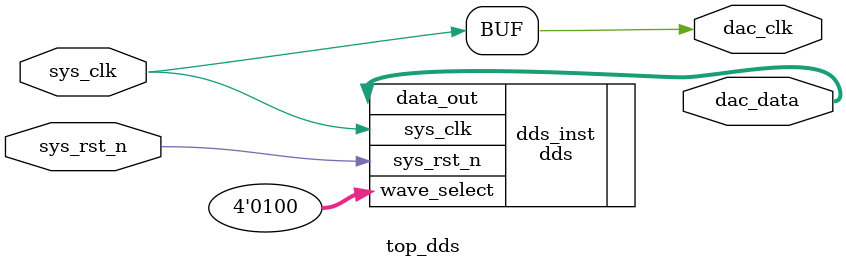
<source format=v>
`timescale  1ns/1ns


module  top_dds
(
    input   wire            sys_clk     ,   //系统时钟,27MHz
    input   wire            sys_rst_n   ,   //复位信号,低电平有效
//    input   wire    [3:0]   key         ,   //输入4位按键

    output  wire            dac_clk     ,   //输入DAC模块时钟
    output  wire    [7:0]   dac_data        //输入DAC模块波形数据
);

//********************************************************************//
//****************** Parameter and Internal Signal *******************//
//********************************************************************//

//dac_clka:DAC模块时钟
assign dac_clk = sys_clk;
//********************************************************************//
//*************************** Instantiation **************************//
//********************************************************************//
//-------------------------- dds_inst -----------------------------
dds     dds_inst
(
    .sys_clk        (sys_clk    ),   //系统时钟,50MHz
    .sys_rst_n      (sys_rst_n  ),   //复位信号,低电平有效
    .wave_select    (4'b0100  ),   //输出波形选择

    .data_out       (dac_data   )    //波形输出
);
endmodule

</source>
